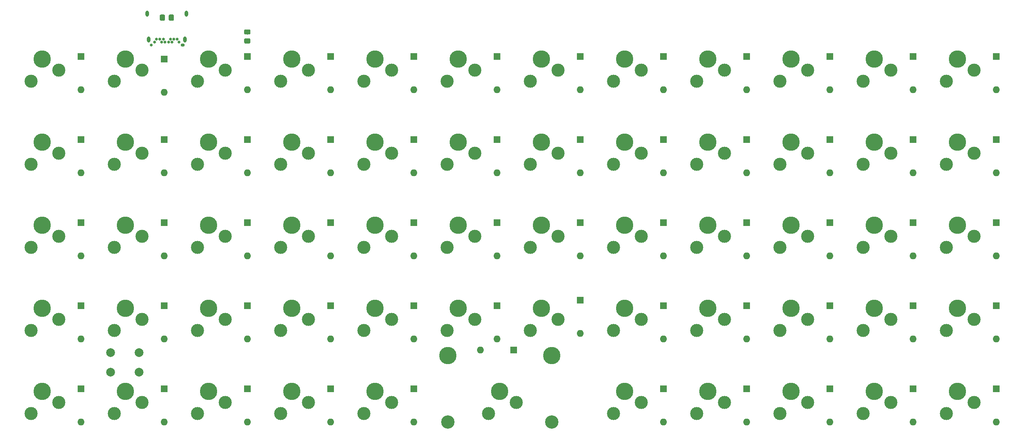
<source format=gbr>
G04 #@! TF.GenerationSoftware,KiCad,Pcbnew,5.1.1*
G04 #@! TF.CreationDate,2019-04-22T18:18:19+02:00*
G04 #@! TF.ProjectId,pcb,7063622e-6b69-4636-9164-5f7063625858,rev?*
G04 #@! TF.SameCoordinates,Original*
G04 #@! TF.FileFunction,Soldermask,Top*
G04 #@! TF.FilePolarity,Negative*
%FSLAX46Y46*%
G04 Gerber Fmt 4.6, Leading zero omitted, Abs format (unit mm)*
G04 Created by KiCad (PCBNEW 5.1.1) date 2019-04-22 18:18:19*
%MOMM*%
%LPD*%
G04 APERTURE LIST*
%ADD10C,0.100000*%
%ADD11C,1.150000*%
%ADD12C,3.987800*%
%ADD13C,3.048000*%
%ADD14C,3.000000*%
%ADD15C,2.000000*%
%ADD16C,0.650000*%
%ADD17O,0.950000X0.650000*%
%ADD18O,0.800000X1.400000*%
%ADD19O,1.600000X1.600000*%
%ADD20R,1.600000X1.600000*%
G04 APERTURE END LIST*
D10*
G36*
X85564505Y-34614204D02*
G01*
X85588773Y-34617804D01*
X85612572Y-34623765D01*
X85635671Y-34632030D01*
X85657850Y-34642520D01*
X85678893Y-34655132D01*
X85698599Y-34669747D01*
X85716777Y-34686223D01*
X85733253Y-34704401D01*
X85747868Y-34724107D01*
X85760480Y-34745150D01*
X85770970Y-34767329D01*
X85779235Y-34790428D01*
X85785196Y-34814227D01*
X85788796Y-34838495D01*
X85790000Y-34862999D01*
X85790000Y-35513001D01*
X85788796Y-35537505D01*
X85785196Y-35561773D01*
X85779235Y-35585572D01*
X85770970Y-35608671D01*
X85760480Y-35630850D01*
X85747868Y-35651893D01*
X85733253Y-35671599D01*
X85716777Y-35689777D01*
X85698599Y-35706253D01*
X85678893Y-35720868D01*
X85657850Y-35733480D01*
X85635671Y-35743970D01*
X85612572Y-35752235D01*
X85588773Y-35758196D01*
X85564505Y-35761796D01*
X85540001Y-35763000D01*
X84639999Y-35763000D01*
X84615495Y-35761796D01*
X84591227Y-35758196D01*
X84567428Y-35752235D01*
X84544329Y-35743970D01*
X84522150Y-35733480D01*
X84501107Y-35720868D01*
X84481401Y-35706253D01*
X84463223Y-35689777D01*
X84446747Y-35671599D01*
X84432132Y-35651893D01*
X84419520Y-35630850D01*
X84409030Y-35608671D01*
X84400765Y-35585572D01*
X84394804Y-35561773D01*
X84391204Y-35537505D01*
X84390000Y-35513001D01*
X84390000Y-34862999D01*
X84391204Y-34838495D01*
X84394804Y-34814227D01*
X84400765Y-34790428D01*
X84409030Y-34767329D01*
X84419520Y-34745150D01*
X84432132Y-34724107D01*
X84446747Y-34704401D01*
X84463223Y-34686223D01*
X84481401Y-34669747D01*
X84501107Y-34655132D01*
X84522150Y-34642520D01*
X84544329Y-34632030D01*
X84567428Y-34623765D01*
X84591227Y-34617804D01*
X84615495Y-34614204D01*
X84639999Y-34613000D01*
X85540001Y-34613000D01*
X85564505Y-34614204D01*
X85564505Y-34614204D01*
G37*
D11*
X85090000Y-35188000D03*
D10*
G36*
X85564505Y-32564204D02*
G01*
X85588773Y-32567804D01*
X85612572Y-32573765D01*
X85635671Y-32582030D01*
X85657850Y-32592520D01*
X85678893Y-32605132D01*
X85698599Y-32619747D01*
X85716777Y-32636223D01*
X85733253Y-32654401D01*
X85747868Y-32674107D01*
X85760480Y-32695150D01*
X85770970Y-32717329D01*
X85779235Y-32740428D01*
X85785196Y-32764227D01*
X85788796Y-32788495D01*
X85790000Y-32812999D01*
X85790000Y-33463001D01*
X85788796Y-33487505D01*
X85785196Y-33511773D01*
X85779235Y-33535572D01*
X85770970Y-33558671D01*
X85760480Y-33580850D01*
X85747868Y-33601893D01*
X85733253Y-33621599D01*
X85716777Y-33639777D01*
X85698599Y-33656253D01*
X85678893Y-33670868D01*
X85657850Y-33683480D01*
X85635671Y-33693970D01*
X85612572Y-33702235D01*
X85588773Y-33708196D01*
X85564505Y-33711796D01*
X85540001Y-33713000D01*
X84639999Y-33713000D01*
X84615495Y-33711796D01*
X84591227Y-33708196D01*
X84567428Y-33702235D01*
X84544329Y-33693970D01*
X84522150Y-33683480D01*
X84501107Y-33670868D01*
X84481401Y-33656253D01*
X84463223Y-33639777D01*
X84446747Y-33621599D01*
X84432132Y-33601893D01*
X84419520Y-33580850D01*
X84409030Y-33558671D01*
X84400765Y-33535572D01*
X84394804Y-33511773D01*
X84391204Y-33487505D01*
X84390000Y-33463001D01*
X84390000Y-32812999D01*
X84391204Y-32788495D01*
X84394804Y-32764227D01*
X84400765Y-32740428D01*
X84409030Y-32717329D01*
X84419520Y-32695150D01*
X84432132Y-32674107D01*
X84446747Y-32654401D01*
X84463223Y-32636223D01*
X84481401Y-32619747D01*
X84501107Y-32605132D01*
X84522150Y-32592520D01*
X84544329Y-32582030D01*
X84567428Y-32573765D01*
X84591227Y-32567804D01*
X84615495Y-32564204D01*
X84639999Y-32563000D01*
X85540001Y-32563000D01*
X85564505Y-32564204D01*
X85564505Y-32564204D01*
G37*
D11*
X85090000Y-33138000D03*
D12*
X130975000Y-107315000D03*
X154775000Y-107315000D03*
D13*
X130975000Y-122555000D03*
X154775000Y-122555000D03*
D12*
X247650000Y-77470000D03*
D14*
X251460000Y-80010000D03*
X245110000Y-82550000D03*
D12*
X247650000Y-115570000D03*
D14*
X251460000Y-118110000D03*
X245110000Y-120650000D03*
D12*
X228600000Y-115570000D03*
D14*
X232410000Y-118110000D03*
X226060000Y-120650000D03*
D12*
X209550000Y-115570000D03*
D14*
X213360000Y-118110000D03*
X207010000Y-120650000D03*
D12*
X190500000Y-115570000D03*
D14*
X194310000Y-118110000D03*
X187960000Y-120650000D03*
D12*
X171450000Y-115570000D03*
D14*
X175260000Y-118110000D03*
X168910000Y-120650000D03*
D12*
X142875000Y-115570000D03*
D14*
X146685000Y-118110000D03*
X140335000Y-120650000D03*
D12*
X114300000Y-115570000D03*
D14*
X118110000Y-118110000D03*
X111760000Y-120650000D03*
D12*
X95250000Y-115570000D03*
D14*
X99060000Y-118110000D03*
X92710000Y-120650000D03*
D12*
X76200000Y-115570000D03*
D14*
X80010000Y-118110000D03*
X73660000Y-120650000D03*
D12*
X57150000Y-115570000D03*
D14*
X60960000Y-118110000D03*
X54610000Y-120650000D03*
D12*
X38100000Y-115570000D03*
D14*
X41910000Y-118110000D03*
X35560000Y-120650000D03*
D12*
X247650000Y-96520000D03*
D14*
X251460000Y-99060000D03*
X245110000Y-101600000D03*
D12*
X228600000Y-96520000D03*
D14*
X232410000Y-99060000D03*
X226060000Y-101600000D03*
D12*
X209550000Y-96520000D03*
D14*
X213360000Y-99060000D03*
X207010000Y-101600000D03*
D12*
X190500000Y-96520000D03*
D14*
X194310000Y-99060000D03*
X187960000Y-101600000D03*
D12*
X171450000Y-96520000D03*
D14*
X175260000Y-99060000D03*
X168910000Y-101600000D03*
D12*
X152400000Y-96520000D03*
D14*
X156210000Y-99060000D03*
X149860000Y-101600000D03*
D12*
X133350000Y-96520000D03*
D14*
X137160000Y-99060000D03*
X130810000Y-101600000D03*
D12*
X114300000Y-96520000D03*
D14*
X118110000Y-99060000D03*
X111760000Y-101600000D03*
D12*
X95250000Y-96520000D03*
D14*
X99060000Y-99060000D03*
X92710000Y-101600000D03*
D12*
X76200000Y-96520000D03*
D14*
X80010000Y-99060000D03*
X73660000Y-101600000D03*
D12*
X57150000Y-96520000D03*
D14*
X60960000Y-99060000D03*
X54610000Y-101600000D03*
D12*
X38100000Y-96520000D03*
D14*
X41910000Y-99060000D03*
X35560000Y-101600000D03*
D12*
X228600000Y-77470000D03*
D14*
X232410000Y-80010000D03*
X226060000Y-82550000D03*
D12*
X209550000Y-77470000D03*
D14*
X213360000Y-80010000D03*
X207010000Y-82550000D03*
D12*
X190500000Y-77470000D03*
D14*
X194310000Y-80010000D03*
X187960000Y-82550000D03*
D12*
X171450000Y-77470000D03*
D14*
X175260000Y-80010000D03*
X168910000Y-82550000D03*
D12*
X152400000Y-77470000D03*
D14*
X156210000Y-80010000D03*
X149860000Y-82550000D03*
D12*
X133350000Y-77470000D03*
D14*
X137160000Y-80010000D03*
X130810000Y-82550000D03*
D12*
X114300000Y-77470000D03*
D14*
X118110000Y-80010000D03*
X111760000Y-82550000D03*
D12*
X95250000Y-77470000D03*
D14*
X99060000Y-80010000D03*
X92710000Y-82550000D03*
D12*
X76200000Y-77470000D03*
D14*
X80010000Y-80010000D03*
X73660000Y-82550000D03*
D12*
X57150000Y-77470000D03*
D14*
X60960000Y-80010000D03*
X54610000Y-82550000D03*
D12*
X38100000Y-77470000D03*
D14*
X41910000Y-80010000D03*
X35560000Y-82550000D03*
D12*
X247650000Y-58420000D03*
D14*
X251460000Y-60960000D03*
X245110000Y-63500000D03*
D12*
X228600000Y-58420000D03*
D14*
X232410000Y-60960000D03*
X226060000Y-63500000D03*
D12*
X209550000Y-58420000D03*
D14*
X213360000Y-60960000D03*
X207010000Y-63500000D03*
D12*
X190500000Y-58420000D03*
D14*
X194310000Y-60960000D03*
X187960000Y-63500000D03*
D12*
X171450000Y-58420000D03*
D14*
X175260000Y-60960000D03*
X168910000Y-63500000D03*
D12*
X152400000Y-58420000D03*
D14*
X156210000Y-60960000D03*
X149860000Y-63500000D03*
D12*
X133350000Y-58420000D03*
D14*
X137160000Y-60960000D03*
X130810000Y-63500000D03*
D12*
X114300000Y-58420000D03*
D14*
X118110000Y-60960000D03*
X111760000Y-63500000D03*
D12*
X95250000Y-58420000D03*
D14*
X99060000Y-60960000D03*
X92710000Y-63500000D03*
D12*
X76200000Y-58420000D03*
D14*
X80010000Y-60960000D03*
X73660000Y-63500000D03*
D12*
X57150000Y-58420000D03*
D14*
X60960000Y-60960000D03*
X54610000Y-63500000D03*
D12*
X38100000Y-58420000D03*
D14*
X41910000Y-60960000D03*
X35560000Y-63500000D03*
D12*
X247650000Y-39370000D03*
D14*
X251460000Y-41910000D03*
X245110000Y-44450000D03*
D12*
X228600000Y-39370000D03*
D14*
X232410000Y-41910000D03*
X226060000Y-44450000D03*
D12*
X209550000Y-39370000D03*
D14*
X213360000Y-41910000D03*
X207010000Y-44450000D03*
D12*
X190500000Y-39370000D03*
D14*
X194310000Y-41910000D03*
X187960000Y-44450000D03*
D12*
X171450000Y-39370000D03*
D14*
X175260000Y-41910000D03*
X168910000Y-44450000D03*
D12*
X152400000Y-39370000D03*
D14*
X156210000Y-41910000D03*
X149860000Y-44450000D03*
D12*
X133350000Y-39370000D03*
D14*
X137160000Y-41910000D03*
X130810000Y-44450000D03*
D12*
X114300000Y-39370000D03*
D14*
X118110000Y-41910000D03*
X111760000Y-44450000D03*
D12*
X95250000Y-39370000D03*
D14*
X99060000Y-41910000D03*
X92710000Y-44450000D03*
D12*
X76200000Y-39370000D03*
D14*
X80010000Y-41910000D03*
X73660000Y-44450000D03*
D12*
X57150000Y-39370000D03*
D14*
X60960000Y-41910000D03*
X54610000Y-44450000D03*
D12*
X38100000Y-39370000D03*
D14*
X41910000Y-41910000D03*
X35560000Y-44450000D03*
D15*
X53825000Y-106680000D03*
X53825000Y-111180000D03*
X60325000Y-106680000D03*
X60325000Y-111180000D03*
D10*
G36*
X68049505Y-29146204D02*
G01*
X68073773Y-29149804D01*
X68097572Y-29155765D01*
X68120671Y-29164030D01*
X68142850Y-29174520D01*
X68163893Y-29187132D01*
X68183599Y-29201747D01*
X68201777Y-29218223D01*
X68218253Y-29236401D01*
X68232868Y-29256107D01*
X68245480Y-29277150D01*
X68255970Y-29299329D01*
X68264235Y-29322428D01*
X68270196Y-29346227D01*
X68273796Y-29370495D01*
X68275000Y-29394999D01*
X68275000Y-30295001D01*
X68273796Y-30319505D01*
X68270196Y-30343773D01*
X68264235Y-30367572D01*
X68255970Y-30390671D01*
X68245480Y-30412850D01*
X68232868Y-30433893D01*
X68218253Y-30453599D01*
X68201777Y-30471777D01*
X68183599Y-30488253D01*
X68163893Y-30502868D01*
X68142850Y-30515480D01*
X68120671Y-30525970D01*
X68097572Y-30534235D01*
X68073773Y-30540196D01*
X68049505Y-30543796D01*
X68025001Y-30545000D01*
X67374999Y-30545000D01*
X67350495Y-30543796D01*
X67326227Y-30540196D01*
X67302428Y-30534235D01*
X67279329Y-30525970D01*
X67257150Y-30515480D01*
X67236107Y-30502868D01*
X67216401Y-30488253D01*
X67198223Y-30471777D01*
X67181747Y-30453599D01*
X67167132Y-30433893D01*
X67154520Y-30412850D01*
X67144030Y-30390671D01*
X67135765Y-30367572D01*
X67129804Y-30343773D01*
X67126204Y-30319505D01*
X67125000Y-30295001D01*
X67125000Y-29394999D01*
X67126204Y-29370495D01*
X67129804Y-29346227D01*
X67135765Y-29322428D01*
X67144030Y-29299329D01*
X67154520Y-29277150D01*
X67167132Y-29256107D01*
X67181747Y-29236401D01*
X67198223Y-29218223D01*
X67216401Y-29201747D01*
X67236107Y-29187132D01*
X67257150Y-29174520D01*
X67279329Y-29164030D01*
X67302428Y-29155765D01*
X67326227Y-29149804D01*
X67350495Y-29146204D01*
X67374999Y-29145000D01*
X68025001Y-29145000D01*
X68049505Y-29146204D01*
X68049505Y-29146204D01*
G37*
D11*
X67700000Y-29845000D03*
D10*
G36*
X65999505Y-29146204D02*
G01*
X66023773Y-29149804D01*
X66047572Y-29155765D01*
X66070671Y-29164030D01*
X66092850Y-29174520D01*
X66113893Y-29187132D01*
X66133599Y-29201747D01*
X66151777Y-29218223D01*
X66168253Y-29236401D01*
X66182868Y-29256107D01*
X66195480Y-29277150D01*
X66205970Y-29299329D01*
X66214235Y-29322428D01*
X66220196Y-29346227D01*
X66223796Y-29370495D01*
X66225000Y-29394999D01*
X66225000Y-30295001D01*
X66223796Y-30319505D01*
X66220196Y-30343773D01*
X66214235Y-30367572D01*
X66205970Y-30390671D01*
X66195480Y-30412850D01*
X66182868Y-30433893D01*
X66168253Y-30453599D01*
X66151777Y-30471777D01*
X66133599Y-30488253D01*
X66113893Y-30502868D01*
X66092850Y-30515480D01*
X66070671Y-30525970D01*
X66047572Y-30534235D01*
X66023773Y-30540196D01*
X65999505Y-30543796D01*
X65975001Y-30545000D01*
X65324999Y-30545000D01*
X65300495Y-30543796D01*
X65276227Y-30540196D01*
X65252428Y-30534235D01*
X65229329Y-30525970D01*
X65207150Y-30515480D01*
X65186107Y-30502868D01*
X65166401Y-30488253D01*
X65148223Y-30471777D01*
X65131747Y-30453599D01*
X65117132Y-30433893D01*
X65104520Y-30412850D01*
X65094030Y-30390671D01*
X65085765Y-30367572D01*
X65079804Y-30343773D01*
X65076204Y-30319505D01*
X65075000Y-30295001D01*
X65075000Y-29394999D01*
X65076204Y-29370495D01*
X65079804Y-29346227D01*
X65085765Y-29322428D01*
X65094030Y-29299329D01*
X65104520Y-29277150D01*
X65117132Y-29256107D01*
X65131747Y-29236401D01*
X65148223Y-29218223D01*
X65166401Y-29201747D01*
X65186107Y-29187132D01*
X65207150Y-29174520D01*
X65229329Y-29164030D01*
X65252428Y-29155765D01*
X65276227Y-29149804D01*
X65300495Y-29146204D01*
X65324999Y-29145000D01*
X65975001Y-29145000D01*
X65999505Y-29146204D01*
X65999505Y-29146204D01*
G37*
D11*
X65650000Y-29845000D03*
D16*
X64275000Y-34760000D03*
X65075000Y-34760000D03*
X65875000Y-34760000D03*
X67475000Y-34760000D03*
X68275000Y-34760000D03*
X69075000Y-34760000D03*
X63875000Y-35460000D03*
X65475000Y-35460000D03*
X66275000Y-35460000D03*
X67075000Y-35460000D03*
X67875000Y-35460000D03*
X69475000Y-35460000D03*
X63075000Y-36110000D03*
D17*
X70275000Y-36110000D03*
D18*
X62185000Y-28910000D03*
X71165000Y-28910000D03*
X70805000Y-34860000D03*
X62545000Y-34860000D03*
D19*
X256540000Y-122555000D03*
D20*
X256540000Y-114935000D03*
D19*
X237490000Y-122555000D03*
D20*
X237490000Y-114935000D03*
D19*
X218440000Y-122555000D03*
D20*
X218440000Y-114935000D03*
D19*
X199390000Y-122555000D03*
D20*
X199390000Y-114935000D03*
D19*
X180340000Y-122555000D03*
D20*
X180340000Y-114935000D03*
D19*
X138430000Y-106045000D03*
D20*
X146050000Y-106045000D03*
D19*
X123190000Y-122555000D03*
D20*
X123190000Y-114935000D03*
D19*
X104140000Y-122555000D03*
D20*
X104140000Y-114935000D03*
D19*
X85090000Y-122555000D03*
D20*
X85090000Y-114935000D03*
D19*
X66040000Y-122555000D03*
D20*
X66040000Y-114935000D03*
D19*
X46990000Y-122555000D03*
D20*
X46990000Y-114935000D03*
D19*
X256540000Y-103505000D03*
D20*
X256540000Y-95885000D03*
D19*
X237490000Y-103505000D03*
D20*
X237490000Y-95885000D03*
D19*
X218440000Y-103505000D03*
D20*
X218440000Y-95885000D03*
D19*
X199390000Y-103505000D03*
D20*
X199390000Y-95885000D03*
D19*
X180340000Y-103505000D03*
D20*
X180340000Y-95885000D03*
D19*
X161290000Y-102235000D03*
D20*
X161290000Y-94615000D03*
D19*
X142240000Y-103505000D03*
D20*
X142240000Y-95885000D03*
D19*
X123190000Y-103505000D03*
D20*
X123190000Y-95885000D03*
D19*
X104140000Y-103505000D03*
D20*
X104140000Y-95885000D03*
D19*
X85090000Y-103505000D03*
D20*
X85090000Y-95885000D03*
D19*
X66040000Y-103505000D03*
D20*
X66040000Y-95885000D03*
D19*
X46990000Y-103505000D03*
D20*
X46990000Y-95885000D03*
D19*
X256540000Y-84455000D03*
D20*
X256540000Y-76835000D03*
D19*
X237490000Y-84455000D03*
D20*
X237490000Y-76835000D03*
D19*
X218440000Y-84455000D03*
D20*
X218440000Y-76835000D03*
D19*
X199390000Y-84455000D03*
D20*
X199390000Y-76835000D03*
D19*
X180340000Y-84455000D03*
D20*
X180340000Y-76835000D03*
D19*
X161290000Y-84455000D03*
D20*
X161290000Y-76835000D03*
D19*
X142240000Y-84455000D03*
D20*
X142240000Y-76835000D03*
D19*
X123190000Y-84455000D03*
D20*
X123190000Y-76835000D03*
D19*
X104140000Y-84455000D03*
D20*
X104140000Y-76835000D03*
D19*
X85090000Y-84455000D03*
D20*
X85090000Y-76835000D03*
D19*
X66040000Y-84455000D03*
D20*
X66040000Y-76835000D03*
D19*
X46990000Y-84455000D03*
D20*
X46990000Y-76835000D03*
D19*
X256540000Y-65405000D03*
D20*
X256540000Y-57785000D03*
D19*
X237490000Y-65405000D03*
D20*
X237490000Y-57785000D03*
D19*
X218440000Y-65405000D03*
D20*
X218440000Y-57785000D03*
D19*
X199390000Y-65405000D03*
D20*
X199390000Y-57785000D03*
D19*
X180340000Y-65405000D03*
D20*
X180340000Y-57785000D03*
D19*
X161290000Y-65405000D03*
D20*
X161290000Y-57785000D03*
D19*
X142240000Y-65405000D03*
D20*
X142240000Y-57785000D03*
D19*
X123190000Y-65405000D03*
D20*
X123190000Y-57785000D03*
D19*
X104140000Y-65405000D03*
D20*
X104140000Y-57785000D03*
D19*
X85090000Y-65405000D03*
D20*
X85090000Y-57785000D03*
D19*
X66040000Y-65405000D03*
D20*
X66040000Y-57785000D03*
D19*
X46990000Y-65405000D03*
D20*
X46990000Y-57785000D03*
D19*
X256540000Y-46355000D03*
D20*
X256540000Y-38735000D03*
D19*
X237490000Y-46355000D03*
D20*
X237490000Y-38735000D03*
D19*
X218440000Y-46355000D03*
D20*
X218440000Y-38735000D03*
D19*
X199390000Y-46355000D03*
D20*
X199390000Y-38735000D03*
D19*
X180340000Y-46355000D03*
D20*
X180340000Y-38735000D03*
D19*
X161290000Y-46355000D03*
D20*
X161290000Y-38735000D03*
D19*
X142240000Y-46355000D03*
D20*
X142240000Y-38735000D03*
D19*
X123190000Y-46355000D03*
D20*
X123190000Y-38735000D03*
D19*
X104140000Y-46355000D03*
D20*
X104140000Y-38735000D03*
D19*
X85090000Y-46355000D03*
D20*
X85090000Y-38735000D03*
D19*
X66040000Y-46990000D03*
D20*
X66040000Y-39370000D03*
D19*
X46990000Y-46355000D03*
D20*
X46990000Y-38735000D03*
M02*

</source>
